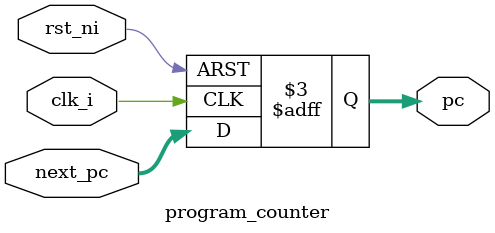
<source format=sv>
module program_counter(
    input logic clk_i,
    input logic rst_ni,
    input logic [31:0] next_pc,

    output logic [31:0] pc
);

always_ff @(posedge clk_i or negedge rst_ni) begin
    if(!rst_ni) pc <= 32'b0;
    else pc <= next_pc;
end

endmodule

</source>
